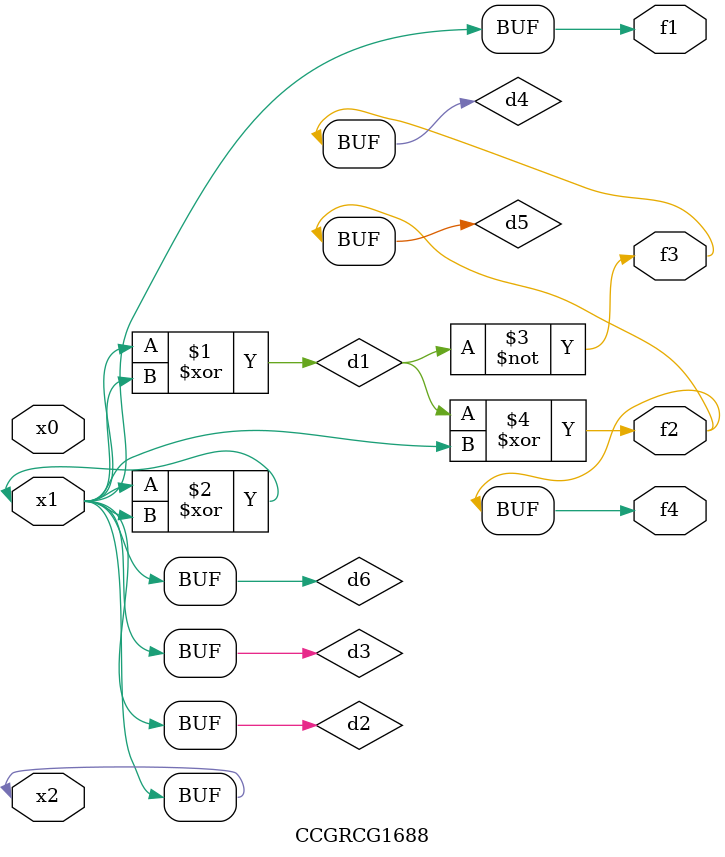
<source format=v>
module CCGRCG1688(
	input x0, x1, x2,
	output f1, f2, f3, f4
);

	wire d1, d2, d3, d4, d5, d6;

	xor (d1, x1, x2);
	buf (d2, x1, x2);
	xor (d3, x1, x2);
	nor (d4, d1);
	xor (d5, d1, d2);
	buf (d6, d2, d3);
	assign f1 = d6;
	assign f2 = d5;
	assign f3 = d4;
	assign f4 = d5;
endmodule

</source>
